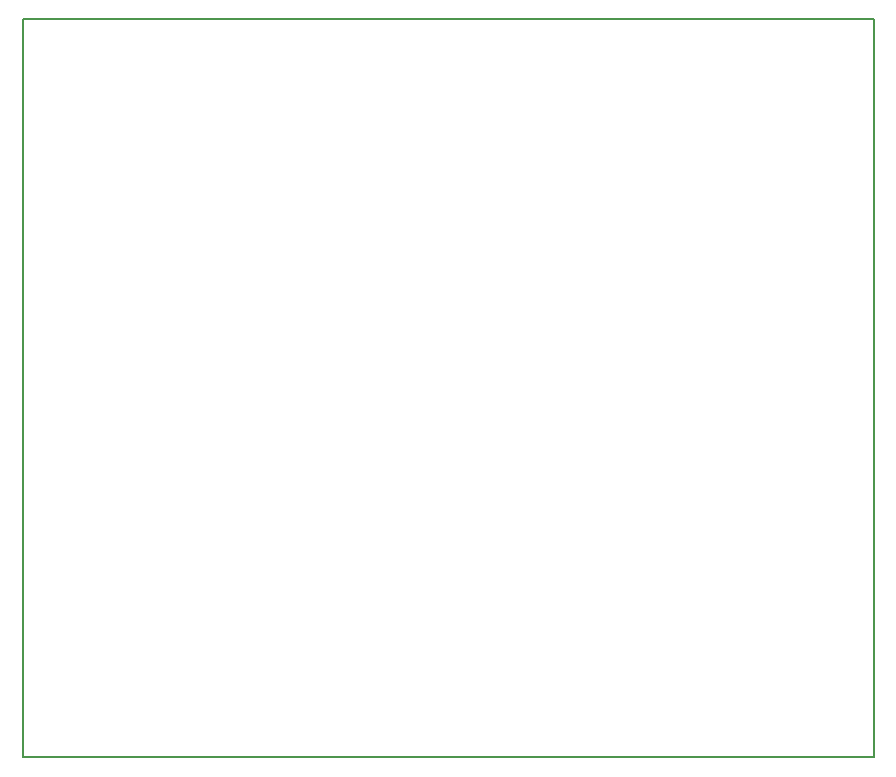
<source format=gbr>
G04 PROTEUS GERBER X2 FILE*
%TF.GenerationSoftware,Labcenter,Proteus,8.6-SP2-Build23525*%
%TF.CreationDate,2020-11-09T16:44:15+00:00*%
%TF.FileFunction,NonPlated,1,2,NPTH*%
%TF.FilePolarity,Positive*%
%TF.Part,Single*%
%FSLAX45Y45*%
%MOMM*%
G01*
%TA.AperFunction,Profile*%
%ADD24C,0.203200*%
%TD.AperFunction*%
D24*
X-1250000Y-2000000D02*
X+5960000Y-2000000D01*
X+5960000Y+4250000D01*
X-1250000Y+4250000D01*
X-1250000Y-2000000D01*
M02*

</source>
